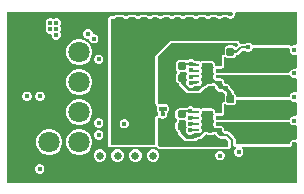
<source format=gbl>
G04*
G04 #@! TF.GenerationSoftware,Altium Limited,Altium Designer,21.5.1 (32)*
G04*
G04 Layer_Physical_Order=4*
G04 Layer_Color=16711680*
%FSLAX25Y25*%
%MOIN*%
G70*
G04*
G04 #@! TF.SameCoordinates,46425C1A-2BEC-4B65-9795-0374EE0649E2*
G04*
G04*
G04 #@! TF.FilePolarity,Positive*
G04*
G01*
G75*
%ADD10C,0.00787*%
G04:AMPARAMS|DCode=13|XSize=23.62mil|YSize=25.59mil|CornerRadius=3.9mil|HoleSize=0mil|Usage=FLASHONLY|Rotation=180.000|XOffset=0mil|YOffset=0mil|HoleType=Round|Shape=RoundedRectangle|*
%AMROUNDEDRECTD13*
21,1,0.02362,0.01780,0,0,180.0*
21,1,0.01583,0.02559,0,0,180.0*
1,1,0.00780,-0.00791,0.00890*
1,1,0.00780,0.00791,0.00890*
1,1,0.00780,0.00791,-0.00890*
1,1,0.00780,-0.00791,-0.00890*
%
%ADD13ROUNDEDRECTD13*%
G04:AMPARAMS|DCode=15|XSize=23.62mil|YSize=25.59mil|CornerRadius=3.9mil|HoleSize=0mil|Usage=FLASHONLY|Rotation=90.000|XOffset=0mil|YOffset=0mil|HoleType=Round|Shape=RoundedRectangle|*
%AMROUNDEDRECTD15*
21,1,0.02362,0.01780,0,0,90.0*
21,1,0.01583,0.02559,0,0,90.0*
1,1,0.00780,0.00890,0.00791*
1,1,0.00780,0.00890,-0.00791*
1,1,0.00780,-0.00890,-0.00791*
1,1,0.00780,-0.00890,0.00791*
%
%ADD15ROUNDEDRECTD15*%
%ADD45C,0.07087*%
%ADD46C,0.01575*%
G04:AMPARAMS|DCode=48|XSize=35.43mil|YSize=66.93mil|CornerRadius=1.59mil|HoleSize=0mil|Usage=FLASHONLY|Rotation=180.000|XOffset=0mil|YOffset=0mil|HoleType=Round|Shape=RoundedRectangle|*
%AMROUNDEDRECTD48*
21,1,0.03543,0.06374,0,0,180.0*
21,1,0.03224,0.06693,0,0,180.0*
1,1,0.00319,-0.01612,0.03187*
1,1,0.00319,0.01612,0.03187*
1,1,0.00319,0.01612,-0.03187*
1,1,0.00319,-0.01612,-0.03187*
%
%ADD48ROUNDEDRECTD48*%
G04:AMPARAMS|DCode=49|XSize=9.84mil|YSize=19.68mil|CornerRadius=1.62mil|HoleSize=0mil|Usage=FLASHONLY|Rotation=90.000|XOffset=0mil|YOffset=0mil|HoleType=Round|Shape=RoundedRectangle|*
%AMROUNDEDRECTD49*
21,1,0.00984,0.01644,0,0,90.0*
21,1,0.00659,0.01968,0,0,90.0*
1,1,0.00325,0.00822,0.00330*
1,1,0.00325,0.00822,-0.00330*
1,1,0.00325,-0.00822,-0.00330*
1,1,0.00325,-0.00822,0.00330*
%
%ADD49ROUNDEDRECTD49*%
%ADD50C,0.02559*%
G04:AMPARAMS|DCode=51|XSize=19.68mil|YSize=15.75mil|CornerRadius=2.28mil|HoleSize=0mil|Usage=FLASHONLY|Rotation=180.000|XOffset=0mil|YOffset=0mil|HoleType=Round|Shape=RoundedRectangle|*
%AMROUNDEDRECTD51*
21,1,0.01968,0.01118,0,0,180.0*
21,1,0.01512,0.01575,0,0,180.0*
1,1,0.00457,-0.00756,0.00559*
1,1,0.00457,0.00756,0.00559*
1,1,0.00457,0.00756,-0.00559*
1,1,0.00457,-0.00756,-0.00559*
%
%ADD51ROUNDEDRECTD51*%
G04:AMPARAMS|DCode=52|XSize=23.62mil|YSize=15.75mil|CornerRadius=2.28mil|HoleSize=0mil|Usage=FLASHONLY|Rotation=180.000|XOffset=0mil|YOffset=0mil|HoleType=Round|Shape=RoundedRectangle|*
%AMROUNDEDRECTD52*
21,1,0.02362,0.01118,0,0,180.0*
21,1,0.01906,0.01575,0,0,180.0*
1,1,0.00457,-0.00953,0.00559*
1,1,0.00457,0.00953,0.00559*
1,1,0.00457,0.00953,-0.00559*
1,1,0.00457,-0.00953,-0.00559*
%
%ADD52ROUNDEDRECTD52*%
G04:AMPARAMS|DCode=53|XSize=157.48mil|YSize=78.74mil|CornerRadius=19.68mil|HoleSize=0mil|Usage=FLASHONLY|Rotation=0.000|XOffset=0mil|YOffset=0mil|HoleType=Round|Shape=RoundedRectangle|*
%AMROUNDEDRECTD53*
21,1,0.15748,0.03937,0,0,0.0*
21,1,0.11811,0.07874,0,0,0.0*
1,1,0.03937,0.05906,-0.01968*
1,1,0.03937,-0.05906,-0.01968*
1,1,0.03937,-0.05906,0.01968*
1,1,0.03937,0.05906,0.01968*
%
%ADD53ROUNDEDRECTD53*%
G04:AMPARAMS|DCode=54|XSize=157.48mil|YSize=59.06mil|CornerRadius=14.76mil|HoleSize=0mil|Usage=FLASHONLY|Rotation=180.000|XOffset=0mil|YOffset=0mil|HoleType=Round|Shape=RoundedRectangle|*
%AMROUNDEDRECTD54*
21,1,0.15748,0.02953,0,0,180.0*
21,1,0.12795,0.05906,0,0,180.0*
1,1,0.02953,-0.06398,0.01476*
1,1,0.02953,0.06398,0.01476*
1,1,0.02953,0.06398,-0.01476*
1,1,0.02953,-0.06398,-0.01476*
%
%ADD54ROUNDEDRECTD54*%
%ADD55C,0.01575*%
G36*
X75749Y58056D02*
X75813Y58029D01*
X76048Y57824D01*
X76166Y57556D01*
Y57130D01*
X76048Y56846D01*
X75831Y56629D01*
X75547Y56511D01*
X75240D01*
X74956Y56629D01*
X74937Y56648D01*
X74678Y56821D01*
X74372Y56882D01*
X72773D01*
X72468Y56821D01*
X72208Y56648D01*
X72189Y56629D01*
X71906Y56511D01*
X71598D01*
X71315Y56629D01*
X71295Y56648D01*
X71036Y56821D01*
X70731Y56882D01*
X68836D01*
X68531Y56821D01*
X68271Y56648D01*
X68252Y56629D01*
X67969Y56511D01*
X67661D01*
X67378Y56629D01*
X67358Y56648D01*
X67099Y56821D01*
X66794Y56882D01*
X64899D01*
X64594Y56821D01*
X64334Y56648D01*
X64315Y56629D01*
X64032Y56511D01*
X63724D01*
X63441Y56629D01*
X63421Y56648D01*
X63162Y56821D01*
X62857Y56882D01*
X60667D01*
X60361Y56821D01*
X60102Y56648D01*
X60083Y56629D01*
X59799Y56511D01*
X59492D01*
X59208Y56629D01*
X59189Y56648D01*
X58930Y56821D01*
X58624Y56882D01*
X57025D01*
X56720Y56821D01*
X56460Y56648D01*
X56441Y56629D01*
X56157Y56511D01*
X55850D01*
X55567Y56629D01*
X55547Y56648D01*
X55288Y56821D01*
X54983Y56882D01*
X53088D01*
X52783Y56821D01*
X52523Y56648D01*
X52504Y56629D01*
X52220Y56511D01*
X51913D01*
X51630Y56629D01*
X51610Y56648D01*
X51351Y56821D01*
X51046Y56882D01*
X49446D01*
X49141Y56821D01*
X48882Y56648D01*
X48862Y56629D01*
X48579Y56511D01*
X48272D01*
X47988Y56629D01*
X47969Y56648D01*
X47710Y56821D01*
X47404Y56882D01*
X45509D01*
X45204Y56821D01*
X44945Y56648D01*
X44925Y56629D01*
X44642Y56511D01*
X44335D01*
X44051Y56629D01*
X44032Y56648D01*
X43773Y56821D01*
X43467Y56882D01*
X41572D01*
X41267Y56821D01*
X41008Y56648D01*
X40988Y56629D01*
X40705Y56511D01*
X40398D01*
X40114Y56629D01*
X40095Y56648D01*
X39836Y56821D01*
X39530Y56882D01*
X37340D01*
X37034Y56821D01*
X36775Y56648D01*
X36756Y56629D01*
X36472Y56511D01*
X36165D01*
X36154Y56516D01*
X36077Y56531D01*
X36005Y56561D01*
X35926D01*
X35849Y56577D01*
X35772Y56561D01*
X35693D01*
X35620Y56531D01*
X35543Y56516D01*
X35478Y56472D01*
X35405Y56442D01*
X34989Y56164D01*
X34934Y56109D01*
X34868Y56065D01*
X34824Y55999D01*
X34769Y55944D01*
X34739Y55871D01*
X34695Y55806D01*
X34680Y55729D01*
X34650Y55656D01*
Y55577D01*
X34634Y55500D01*
Y13583D01*
X34695Y13277D01*
X34868Y13018D01*
X35127Y12845D01*
X35433Y12784D01*
X50284D01*
X50590Y12845D01*
X50650Y12885D01*
X51108Y12427D01*
X51368Y12254D01*
X51673Y12193D01*
X74684D01*
X74990Y12254D01*
X75249Y12427D01*
X75422Y12686D01*
X75483Y12992D01*
Y14859D01*
X75422Y15165D01*
X75249Y15424D01*
X74379Y16294D01*
X74120Y16467D01*
X73814Y16528D01*
X72196D01*
X71969Y16573D01*
X71777Y16701D01*
X71228Y17250D01*
X71053Y17513D01*
X70994Y17571D01*
X70948Y17640D01*
X70885Y17681D01*
X70832Y17734D01*
X70756Y17765D01*
X70687Y17810D01*
X70346Y17948D01*
X70197Y17976D01*
X70049Y18006D01*
X69824Y18006D01*
X69823Y18006D01*
X69823Y18006D01*
X69671Y17976D01*
X69519Y17946D01*
X69518Y17946D01*
X69517Y17945D01*
X69388Y17859D01*
X69259Y17774D01*
X69259Y17773D01*
X69258Y17772D01*
X69138Y17653D01*
X68854Y17535D01*
X68547D01*
X68264Y17653D01*
X68235Y17681D01*
X68196Y17707D01*
X68165Y17743D01*
X68067Y17793D01*
X67975Y17854D01*
X67930Y17864D01*
X67888Y17885D01*
X67778Y17894D01*
X67670Y17915D01*
X67624Y17906D01*
X67577Y17910D01*
X66944Y17836D01*
X66913Y17826D01*
X66881D01*
X66766Y17778D01*
X66647Y17740D01*
X66623Y17719D01*
X66593Y17707D01*
X66505Y17619D01*
X66410Y17538D01*
X66395Y17509D01*
X66372Y17486D01*
X66366Y17477D01*
X65324Y16435D01*
X65132Y16307D01*
X64906Y16262D01*
X64633D01*
X64327Y16201D01*
X64068Y16028D01*
X64020Y15979D01*
X63736Y15862D01*
X63431D01*
X63354Y15846D01*
X63275D01*
X63202Y15816D01*
X63125Y15801D01*
X63060Y15757D01*
X62987Y15727D01*
X62927Y15687D01*
X62700Y15642D01*
X60883D01*
X60657Y15687D01*
X60465Y15815D01*
X58925Y17355D01*
X58797Y17547D01*
X58752Y17773D01*
Y17956D01*
X58737Y18033D01*
Y18112D01*
X58707Y18185D01*
X58691Y18262D01*
X58648Y18327D01*
X58618Y18400D01*
X58562Y18455D01*
X58518Y18521D01*
X58453Y18565D01*
X58397Y18620D01*
X58324Y18650D01*
X58259Y18694D01*
X58182Y18710D01*
X58125Y18733D01*
X57994Y18821D01*
X57911Y18945D01*
X57866Y19169D01*
Y20595D01*
X57911Y20819D01*
X58016Y20977D01*
X58029Y20985D01*
X58072Y21050D01*
X58128Y21106D01*
X58158Y21179D01*
X58202Y21244D01*
X58217Y21321D01*
X58247Y21394D01*
X58251Y21491D01*
X58263Y21550D01*
Y21800D01*
X58264Y21831D01*
X60043D01*
X60389Y21900D01*
X60676Y21505D01*
X60684Y21488D01*
X60676Y21480D01*
X60437Y20903D01*
Y20278D01*
X60676Y19701D01*
X60849Y19527D01*
X60676Y19354D01*
X60437Y18777D01*
Y18152D01*
X60676Y17575D01*
X61118Y17133D01*
X61695Y16894D01*
X62320D01*
X62898Y17133D01*
X63167Y17402D01*
X63878D01*
X63901Y17407D01*
X64798D01*
X65167Y17480D01*
X65480Y17689D01*
X65689Y18002D01*
X65763Y18371D01*
Y19030D01*
X65689Y19400D01*
X65499Y19685D01*
X65689Y19971D01*
X65763Y20340D01*
Y20999D01*
X65689Y21368D01*
X65499Y21654D01*
X65689Y21939D01*
X65763Y22308D01*
Y22967D01*
X65689Y23337D01*
X65499Y23622D01*
X65689Y23908D01*
X65763Y24277D01*
Y24834D01*
X65825Y24859D01*
X65952Y24912D01*
X66048Y24976D01*
X66183Y25003D01*
X69250D01*
X69385Y24976D01*
X69433Y24944D01*
X69464Y24897D01*
X69491Y24762D01*
Y24544D01*
X69498Y24508D01*
X69495Y24476D01*
X69503Y24448D01*
X69501Y24418D01*
X69503Y24411D01*
X69535Y24322D01*
X69552Y24239D01*
X69568Y24215D01*
X69579Y24176D01*
X69635Y24065D01*
X69701Y23981D01*
X69743Y23912D01*
X69744Y23908D01*
X69876Y23710D01*
X69822Y23629D01*
X69748Y23539D01*
X69736Y23501D01*
X69714Y23468D01*
X69691Y23353D01*
X69657Y23241D01*
X69661Y23201D01*
X69653Y23162D01*
Y22431D01*
X69670Y22345D01*
Y22308D01*
X69744Y21939D01*
X69847Y21784D01*
X69891Y21673D01*
X69895Y21666D01*
X69897Y21658D01*
X69917Y21627D01*
X69744Y21368D01*
X69670Y20999D01*
Y20775D01*
X69653Y20689D01*
Y20145D01*
X69661Y20106D01*
X69657Y20066D01*
X69691Y19954D01*
X69714Y19839D01*
X69736Y19806D01*
X69748Y19768D01*
X69822Y19678D01*
X69887Y19580D01*
X69920Y19558D01*
X69945Y19527D01*
X70128Y19377D01*
X70232Y19322D01*
X70329Y19257D01*
X70368Y19249D01*
X70403Y19230D01*
X70520Y19219D01*
X70635Y19196D01*
X72200D01*
X72336Y19169D01*
X72385Y19137D01*
X72417Y19088D01*
X72444Y18952D01*
Y18371D01*
X72468Y18253D01*
X72480Y18133D01*
X72498Y18101D01*
X72505Y18065D01*
X72572Y17965D01*
X72630Y17859D01*
X72658Y17836D01*
X72678Y17806D01*
X72778Y17739D01*
X72872Y17663D01*
X73334Y17422D01*
X73369Y17411D01*
X73399Y17391D01*
X73517Y17368D01*
X73633Y17334D01*
X73669Y17338D01*
X73705Y17331D01*
X74232D01*
X74459Y17286D01*
X74651Y17157D01*
X76112Y15695D01*
X76241Y15504D01*
X76286Y15277D01*
Y13780D01*
X76346Y13474D01*
X76520Y13215D01*
X76779Y13042D01*
X77030Y12992D01*
X77112Y12822D01*
X77172Y12481D01*
X76801Y12110D01*
X76562Y11533D01*
Y10908D01*
X76801Y10331D01*
X77243Y9889D01*
X77820Y9650D01*
X78446D01*
X79023Y9889D01*
X79465Y10331D01*
X79704Y10908D01*
Y11533D01*
X79465Y12110D01*
X79094Y12481D01*
X79162Y12818D01*
X79247Y12981D01*
X95083Y12981D01*
X95388Y13042D01*
X95648Y13215D01*
X95821Y13474D01*
X95881Y13780D01*
Y13933D01*
X95999Y14217D01*
X96216Y14434D01*
X96500Y14552D01*
X96847D01*
X96854Y14549D01*
X96933D01*
X97010Y14533D01*
X97312Y14306D01*
X97422Y14121D01*
X97426Y14112D01*
Y1000D01*
X1000D01*
Y58056D01*
X75749Y58056D01*
D02*
G37*
G36*
X97426D02*
Y47106D01*
X97010Y46828D01*
X96966Y46846D01*
X96341D01*
X95764Y46607D01*
X95394Y46628D01*
X95329Y46672D01*
X95273Y46727D01*
X95201Y46757D01*
X95135Y46801D01*
X95058Y46816D01*
X94985Y46846D01*
X94907D01*
X94829Y46862D01*
X82870D01*
X82722Y46832D01*
X82631Y47051D01*
X82189Y47493D01*
X81612Y47732D01*
X80987D01*
X80409Y47493D01*
X80278Y47362D01*
X80271Y47362D01*
X78839D01*
X78626Y47319D01*
X78591Y47459D01*
X78531Y47586D01*
X78476Y47715D01*
X78370Y47872D01*
X78316Y47924D01*
X78274Y47987D01*
X78206Y48032D01*
X78147Y48090D01*
X78078Y48118D01*
X78015Y48160D01*
X77934Y48176D01*
X77858Y48207D01*
X77783Y48206D01*
X77709Y48221D01*
X55615D01*
X55310Y48160D01*
X55050Y47987D01*
X50518Y43454D01*
X50345Y43195D01*
X50284Y42889D01*
Y27539D01*
X50303Y27445D01*
X50307Y27349D01*
X50333Y27294D01*
X50345Y27233D01*
X50398Y27154D01*
X50439Y27067D01*
X50484Y27025D01*
X50518Y26974D01*
X50850Y26643D01*
X50771Y26248D01*
Y25130D01*
X50850Y24735D01*
X51074Y24400D01*
X51216Y24305D01*
X51185Y24230D01*
Y23605D01*
X51198Y23574D01*
X50777Y23400D01*
X50518Y23227D01*
X50345Y22968D01*
X50284Y22662D01*
Y13583D01*
X35433D01*
Y55500D01*
X35849Y55778D01*
X36007Y55713D01*
X36631D01*
X37209Y55952D01*
X37340Y56083D01*
X39530D01*
X39661Y55952D01*
X40239Y55713D01*
X40864D01*
X41441Y55952D01*
X41572Y56083D01*
X43467D01*
X43598Y55952D01*
X44176Y55713D01*
X44801D01*
X45378Y55952D01*
X45509Y56083D01*
X47404D01*
X47535Y55952D01*
X48113Y55713D01*
X48738D01*
X49315Y55952D01*
X49446Y56083D01*
X51046D01*
X51177Y55952D01*
X51754Y55713D01*
X52379D01*
X52957Y55952D01*
X53088Y56083D01*
X54983D01*
X55114Y55952D01*
X55691Y55713D01*
X56316D01*
X56894Y55952D01*
X57025Y56083D01*
X58624D01*
X58756Y55952D01*
X59333Y55713D01*
X59958D01*
X60536Y55952D01*
X60667Y56083D01*
X62857D01*
X62988Y55952D01*
X63565Y55713D01*
X64190D01*
X64768Y55952D01*
X64899Y56083D01*
X66794D01*
X66925Y55952D01*
X67502Y55713D01*
X68127D01*
X68705Y55952D01*
X68836Y56083D01*
X70731D01*
X70862Y55952D01*
X71439Y55713D01*
X72064D01*
X72642Y55952D01*
X72773Y56083D01*
X74372D01*
X74504Y55952D01*
X75081Y55713D01*
X75706D01*
X76284Y55952D01*
X76725Y56394D01*
X76965Y56971D01*
Y57556D01*
X76995Y57713D01*
X77224Y58056D01*
X97426D01*
D02*
G37*
G36*
X77816Y47266D02*
X77902Y46922D01*
X77367Y46387D01*
X77031Y46421D01*
X76643Y46680D01*
X76185Y46771D01*
X74602D01*
X74145Y46680D01*
X73756Y46421D01*
X73497Y46033D01*
X73406Y45575D01*
Y43795D01*
X73419Y43732D01*
X72996Y43604D01*
X72961Y43586D01*
X72923Y43578D01*
X72825Y43513D01*
X72722Y43457D01*
X72697Y43427D01*
X72663Y43405D01*
X72598Y43307D01*
X72524Y43216D01*
X72512Y43178D01*
X72490Y43146D01*
X72467Y43031D01*
X72433Y42918D01*
X72437Y42879D01*
X72430Y42840D01*
Y40857D01*
X72419Y40751D01*
X72431Y40713D01*
Y40673D01*
X72444Y40605D01*
Y40103D01*
X72417Y39967D01*
X72385Y39919D01*
X72336Y39886D01*
X72200Y39859D01*
X70635D01*
X70347Y40175D01*
X70291Y40286D01*
X70290Y40292D01*
Y40589D01*
X70217Y40957D01*
X70008Y41268D01*
X69697Y41477D01*
X69329Y41550D01*
X66104D01*
X65736Y41477D01*
X65508Y41324D01*
X65480Y41366D01*
X65167Y41575D01*
X64798Y41648D01*
X63901D01*
X63878Y41653D01*
X63364D01*
X63095Y41922D01*
X62517Y42161D01*
X61892D01*
X61315Y41922D01*
X61183Y41791D01*
X60797D01*
X60698Y41857D01*
X60240Y41948D01*
X58461D01*
X58003Y41857D01*
X57615Y41598D01*
X57355Y41210D01*
X57264Y40752D01*
Y39169D01*
X57355Y38712D01*
X57615Y38323D01*
X57661Y38293D01*
Y37691D01*
X57615Y37661D01*
X57355Y37273D01*
X57264Y36815D01*
Y35232D01*
X57355Y34775D01*
X57615Y34386D01*
X58003Y34127D01*
X58226Y34083D01*
X58310Y33663D01*
X58570Y33274D01*
X60606Y31238D01*
X60995Y30978D01*
X61454Y30886D01*
X64660D01*
X65119Y30978D01*
X65509Y31238D01*
X66755Y32484D01*
X66946D01*
X67524Y32723D01*
X67966Y33165D01*
X68002Y33253D01*
X69329D01*
X69697Y33326D01*
X69832Y33417D01*
X69911Y33371D01*
X70260Y33149D01*
X70348Y32710D01*
X70608Y32321D01*
X71297Y31632D01*
X71686Y31371D01*
X72146Y31280D01*
X72780D01*
X72781Y31280D01*
X72912Y31149D01*
X73360Y30963D01*
X73554Y30557D01*
X73581Y30409D01*
X73497Y30285D01*
X73406Y29827D01*
Y28047D01*
X73419Y27984D01*
X72996Y27856D01*
X72961Y27838D01*
X72923Y27830D01*
X72825Y27765D01*
X72722Y27709D01*
X72697Y27679D01*
X72663Y27657D01*
X72598Y27559D01*
X72524Y27468D01*
X72512Y27430D01*
X72490Y27398D01*
X72467Y27283D01*
X72433Y27170D01*
X72437Y27131D01*
X72430Y27092D01*
Y25108D01*
X72419Y25003D01*
X72431Y24965D01*
Y24925D01*
X72444Y24857D01*
Y24355D01*
X72417Y24219D01*
X72385Y24171D01*
X72336Y24138D01*
X72200Y24111D01*
X70635D01*
X70347Y24427D01*
X70291Y24538D01*
X70290Y24544D01*
Y24840D01*
X70217Y25208D01*
X70008Y25520D01*
X69697Y25729D01*
X69329Y25802D01*
X66104D01*
X65736Y25729D01*
X65508Y25576D01*
X65480Y25618D01*
X65167Y25827D01*
X64798Y25900D01*
X63901D01*
X63878Y25905D01*
X63167D01*
X62898Y26174D01*
X62320Y26413D01*
X61695D01*
X61118Y26174D01*
X60987Y26043D01*
X60276D01*
X59816Y25951D01*
X59599Y25806D01*
X58264D01*
X57806Y25715D01*
X57418Y25456D01*
X57159Y25068D01*
X57068Y24610D01*
Y23028D01*
X57159Y22570D01*
X57418Y22182D01*
X57464Y22151D01*
Y21550D01*
X57418Y21519D01*
X57159Y21131D01*
X57068Y20673D01*
Y19091D01*
X57159Y18633D01*
X57418Y18245D01*
X57806Y17985D01*
X57953Y17956D01*
Y17694D01*
X58045Y17235D01*
X58305Y16846D01*
X59956Y15195D01*
X60345Y14934D01*
X60804Y14843D01*
X62779D01*
X63238Y14934D01*
X63431Y15063D01*
X63895D01*
X64473Y15302D01*
X64633Y15463D01*
X64985D01*
X65444Y15554D01*
X65833Y15814D01*
X66987Y16967D01*
X67037Y17043D01*
X67670Y17117D01*
X67811Y16975D01*
X68388Y16736D01*
X69013D01*
X69591Y16975D01*
X69823Y17207D01*
X70047Y17207D01*
X70388Y17069D01*
X70608Y16741D01*
X71268Y16080D01*
X71658Y15820D01*
X72117Y15729D01*
X73814D01*
X74684Y14859D01*
Y12992D01*
X51673D01*
X51083Y13583D01*
Y22662D01*
X51583Y22869D01*
X51866Y22586D01*
X52443Y22346D01*
X53068D01*
X53646Y22586D01*
X54088Y23028D01*
X54327Y23605D01*
Y24230D01*
X54295Y24305D01*
X54438Y24400D01*
X54662Y24735D01*
X54740Y25130D01*
Y26248D01*
X54662Y26643D01*
X54438Y26978D01*
X54103Y27201D01*
X53709Y27280D01*
X51803D01*
X51583Y27236D01*
X51083Y27539D01*
Y42889D01*
X55615Y47422D01*
X77709D01*
X77816Y47266D01*
D02*
G37*
G36*
X80737Y45610D02*
X80703Y45640D01*
X80664Y45667D01*
X80619Y45691D01*
X80568Y45711D01*
X80512Y45728D01*
X80450Y45742D01*
X80382Y45754D01*
X80309Y45761D01*
X80145Y45768D01*
Y46555D01*
X80230Y46557D01*
X80382Y46569D01*
X80450Y46580D01*
X80512Y46595D01*
X80568Y46612D01*
X80619Y46632D01*
X80664Y46656D01*
X80703Y46683D01*
X80737Y46713D01*
Y45610D01*
D02*
G37*
G36*
X95107Y45647D02*
X95083Y45588D01*
Y44963D01*
X95322Y44386D01*
X95764Y43944D01*
X96341Y43705D01*
X96966D01*
X97010Y43723D01*
X97426Y43445D01*
Y39225D01*
X97010Y38947D01*
X96949Y38972D01*
X96324D01*
X95746Y38733D01*
X95305Y38291D01*
X95065Y37714D01*
Y37697D01*
X72352D01*
X72278Y37711D01*
X70635D01*
X70452Y38179D01*
Y38910D01*
X70635Y39060D01*
X72278D01*
X72648Y39134D01*
X72960Y39343D01*
X73169Y39656D01*
X73243Y40025D01*
Y40684D01*
X73214Y40829D01*
X73228Y40846D01*
X73228D01*
Y42840D01*
X73728Y42992D01*
X73756Y42949D01*
X74145Y42690D01*
X74602Y42599D01*
X76185D01*
X76643Y42690D01*
X77031Y42949D01*
X77290Y43338D01*
X77320Y43485D01*
X77362D01*
X77821Y43576D01*
X78211Y43836D01*
X79336Y44961D01*
X80278D01*
X80278Y44961D01*
X80409Y44830D01*
X80987Y44591D01*
X81612D01*
X82189Y44830D01*
X82631Y45272D01*
X82870Y45849D01*
Y46063D01*
X94829D01*
X95107Y45647D01*
D02*
G37*
G36*
X76566Y45398D02*
X76590Y45331D01*
X76630Y45272D01*
X76686Y45221D01*
X76758Y45177D01*
X76846Y45142D01*
X76950Y45114D01*
X77070Y45094D01*
X77206Y45083D01*
X77358Y45079D01*
Y44291D01*
X77206Y44287D01*
X77070Y44276D01*
X76950Y44256D01*
X76846Y44228D01*
X76758Y44193D01*
X76686Y44150D01*
X76630Y44098D01*
X76590Y44039D01*
X76566Y43972D01*
X76558Y43898D01*
Y45472D01*
X76566Y45398D01*
D02*
G37*
G36*
X63039Y35972D02*
X63028Y35982D01*
X63000Y35991D01*
X62958Y35999D01*
X62900Y36005D01*
X62634Y36019D01*
X62231Y36024D01*
X62231Y36811D01*
X62381Y36812D01*
X63028Y36852D01*
X63039Y36862D01*
Y35972D01*
D02*
G37*
G36*
X69385Y40724D02*
X69433Y40692D01*
X69464Y40645D01*
X69491Y40510D01*
Y40292D01*
X69498Y40256D01*
X69495Y40224D01*
X69503Y40196D01*
X69501Y40166D01*
X69502Y40159D01*
X69535Y40071D01*
X69552Y39987D01*
X69568Y39963D01*
X69579Y39924D01*
X69635Y39813D01*
X69701Y39729D01*
X69743Y39660D01*
X69744Y39656D01*
X69876Y39458D01*
X69822Y39378D01*
X69748Y39287D01*
X69736Y39249D01*
X69714Y39216D01*
X69691Y39101D01*
X69657Y38989D01*
X69661Y38949D01*
X69653Y38910D01*
Y38179D01*
X69670Y38094D01*
Y38056D01*
X69744Y37687D01*
X69847Y37532D01*
X69891Y37421D01*
X69895Y37414D01*
X69897Y37406D01*
X69917Y37375D01*
X69744Y37116D01*
X69670Y36747D01*
Y36523D01*
X69653Y36437D01*
Y35893D01*
X69661Y35854D01*
X69657Y35814D01*
X69691Y35702D01*
X69714Y35587D01*
X69736Y35554D01*
X69748Y35516D01*
X69822Y35425D01*
X69887Y35328D01*
X69920Y35306D01*
X69945Y35275D01*
X70128Y35125D01*
X70232Y35070D01*
X70329Y35005D01*
X70368Y34997D01*
X70403Y34979D01*
X70520Y34967D01*
X70635Y34944D01*
X72200D01*
X72336Y34917D01*
X72385Y34885D01*
X72417Y34836D01*
X72444Y34700D01*
Y34490D01*
X72453Y34443D01*
X72450Y34396D01*
X72484Y34292D01*
X72505Y34185D01*
X72531Y34145D01*
X72546Y34099D01*
X72772Y33696D01*
X72808Y33655D01*
X72831Y33606D01*
X72908Y33538D01*
X72975Y33460D01*
X73023Y33435D01*
X73064Y33399D01*
X73161Y33365D01*
X73253Y33318D01*
X73307Y33314D01*
X73358Y33296D01*
X73616Y33260D01*
X73672Y33263D01*
X73727Y33252D01*
X73955D01*
X74239Y33135D01*
X74456Y32918D01*
X74597Y32579D01*
X74600Y32520D01*
X74615Y32490D01*
X74618Y32466D01*
X74629Y32447D01*
X74635Y32418D01*
X74692Y32332D01*
X74737Y32239D01*
X74739Y32236D01*
X74760Y32219D01*
X74773Y32196D01*
X74777Y32191D01*
X74796Y32176D01*
X74808Y32159D01*
X74810Y32157D01*
X74814Y32151D01*
X75591Y31374D01*
X75719Y31182D01*
X75756Y30999D01*
X75757D01*
X75757Y30994D01*
X75764Y30956D01*
Y30948D01*
X75780Y30871D01*
X75780Y30792D01*
X75810Y30719D01*
X75825Y30642D01*
X75869Y30577D01*
X75899Y30504D01*
X75955Y30448D01*
X75998Y30383D01*
X76064Y30339D01*
X76119Y30284D01*
X76192Y30253D01*
X76257Y30210D01*
X76298Y30202D01*
X76455Y30097D01*
X76538Y29973D01*
X76582Y29748D01*
Y29528D01*
X76643Y29222D01*
X76706Y29128D01*
X76643Y29034D01*
X76582Y28729D01*
Y28126D01*
X76538Y27901D01*
X76455Y27777D01*
X76331Y27694D01*
X76106Y27650D01*
X74681D01*
X74626Y27661D01*
X74449Y27766D01*
X74205Y28047D01*
Y29748D01*
X74251Y29981D01*
X74302Y30104D01*
X74362Y30241D01*
X74362Y30248D01*
X74364Y30254D01*
Y30403D01*
X74366Y30553D01*
X74339Y30701D01*
X74300Y30799D01*
X74274Y30902D01*
X74081Y31307D01*
X74000Y31416D01*
X73925Y31528D01*
X73907Y31540D01*
X73894Y31557D01*
X73778Y31626D01*
X73665Y31701D01*
X73365Y31826D01*
X73345Y31845D01*
X73270Y31896D01*
X73203Y31958D01*
X73141Y31981D01*
X73086Y32018D01*
X72997Y32036D01*
X72912Y32068D01*
X72912Y32068D01*
X72845Y32066D01*
X72780Y32079D01*
X72224D01*
X71998Y32124D01*
X71806Y32252D01*
X71228Y32830D01*
X71100Y33022D01*
X71071Y33169D01*
X71063D01*
X71062Y33215D01*
X71044Y33305D01*
X71040Y33314D01*
X71040Y33324D01*
X70981Y33458D01*
X70925Y33593D01*
X70918Y33600D01*
X70914Y33609D01*
X70808Y33710D01*
X70704Y33814D01*
X70695Y33817D01*
X70688Y33824D01*
X70339Y34045D01*
X70325Y34051D01*
X70314Y34061D01*
X70235Y34107D01*
X70110Y34150D01*
X69988Y34200D01*
X69963D01*
X69940Y34208D01*
X69808Y34200D01*
X69676D01*
X69653Y34191D01*
X69629Y34189D01*
X69510Y34132D01*
X69388Y34081D01*
X69385Y34079D01*
X69250Y34052D01*
X68002D01*
X67696Y33991D01*
X67437Y33818D01*
X67437Y33818D01*
X67334Y33663D01*
X67071Y33401D01*
X66787Y33283D01*
X66755D01*
X66449Y33222D01*
X66190Y33049D01*
X65000Y31858D01*
X64808Y31730D01*
X64582Y31685D01*
X61533D01*
X61307Y31730D01*
X61115Y31858D01*
X59190Y33783D01*
X59062Y33975D01*
X59009Y34239D01*
X58890Y34527D01*
X58670Y34747D01*
X58382Y34866D01*
X58315Y34880D01*
X58191Y34962D01*
X58108Y35086D01*
X58063Y35311D01*
Y36736D01*
X58108Y36961D01*
X58213Y37118D01*
X58226Y37127D01*
X58269Y37192D01*
X58325Y37248D01*
X58355Y37320D01*
X58399Y37386D01*
X58414Y37463D01*
X58444Y37536D01*
X58448Y37633D01*
X58460Y37691D01*
Y37942D01*
X58461Y37973D01*
X60240D01*
X60672Y38059D01*
X60873Y37575D01*
X61046Y37402D01*
X60873Y37228D01*
X60634Y36651D01*
Y36026D01*
X60873Y35449D01*
X61046Y35276D01*
X60873Y35102D01*
X60634Y34525D01*
Y33900D01*
X60873Y33323D01*
X61315Y32881D01*
X61892Y32642D01*
X62517D01*
X63095Y32881D01*
X63364Y33150D01*
X63878D01*
X63901Y33155D01*
X64798D01*
X65167Y33228D01*
X65480Y33437D01*
X65689Y33750D01*
X65763Y34119D01*
Y34779D01*
X65689Y35148D01*
X65499Y35433D01*
X65689Y35719D01*
X65763Y36088D01*
Y36747D01*
X65689Y37116D01*
X65498Y37402D01*
X65689Y37687D01*
X65763Y38056D01*
Y38715D01*
X65689Y39085D01*
X65498Y39370D01*
X65689Y39656D01*
X65763Y40025D01*
Y40582D01*
X65952Y40660D01*
X66048Y40724D01*
X66183Y40751D01*
X69250D01*
X69385Y40724D01*
D02*
G37*
G36*
X72352Y36898D02*
X95065D01*
X95139Y36913D01*
X95305Y36512D01*
X95746Y36070D01*
X96324Y35831D01*
X96949D01*
X97010Y35856D01*
X97426Y35578D01*
Y31358D01*
X97010Y31080D01*
X96966Y31098D01*
X96341D01*
X95764Y30859D01*
X95322Y30417D01*
X95083Y29840D01*
Y29528D01*
X77381Y29528D01*
Y29827D01*
X77290Y30285D01*
X77031Y30673D01*
X76643Y30932D01*
X76563Y30948D01*
Y31035D01*
X76472Y31494D01*
X76212Y31883D01*
X75379Y32716D01*
X75375Y32721D01*
X75373Y32724D01*
Y32793D01*
X75134Y33370D01*
X74692Y33812D01*
X74114Y34051D01*
X73727D01*
X73469Y34087D01*
X73243Y34490D01*
Y34778D01*
X73169Y35148D01*
X72960Y35460D01*
X72648Y35669D01*
X72278Y35743D01*
X70635D01*
X70452Y35893D01*
Y36437D01*
X70534Y36670D01*
X70635Y36913D01*
X72278D01*
X72352Y36898D01*
D02*
G37*
G36*
X95322Y28638D02*
X95764Y28196D01*
X96341Y27957D01*
X96966D01*
X97010Y27975D01*
X97426Y27697D01*
Y23484D01*
X97010Y23206D01*
X96966Y23224D01*
X96341D01*
X95764Y22985D01*
X95322Y22543D01*
X95083Y21966D01*
Y21949D01*
X72352D01*
X72278Y21963D01*
X70635D01*
X70452Y22431D01*
Y23162D01*
X70635Y23312D01*
X72278D01*
X72648Y23386D01*
X72961Y23595D01*
X73169Y23908D01*
X73243Y24277D01*
Y24936D01*
X73214Y25081D01*
X73228Y25098D01*
X73228D01*
Y27092D01*
X73728Y27244D01*
X73756Y27201D01*
X74145Y26942D01*
X74602Y26851D01*
X76185D01*
X76643Y26942D01*
X77031Y27201D01*
X77290Y27589D01*
X77381Y28047D01*
Y28729D01*
X95083Y28729D01*
X95269Y28766D01*
X95322Y28638D01*
D02*
G37*
G36*
X53151Y24987D02*
X53158Y24908D01*
X53543D01*
X53469Y24900D01*
X53402Y24876D01*
X53342Y24836D01*
X53291Y24780D01*
X53248Y24708D01*
X53215Y24626D01*
X53227Y24598D01*
X53250Y24553D01*
X53277Y24513D01*
X53307Y24480D01*
X53179D01*
X53165Y24396D01*
X53154Y24260D01*
X53150Y24108D01*
X52362D01*
X52358Y24260D01*
X52346Y24396D01*
X52333Y24480D01*
X52205D01*
X52235Y24513D01*
X52261Y24553D01*
X52285Y24598D01*
X52297Y24626D01*
X52264Y24708D01*
X52220Y24780D01*
X52169Y24836D01*
X52110Y24876D01*
X52043Y24900D01*
X51968Y24908D01*
X52356D01*
X52356Y24908D01*
X52362Y25072D01*
X53150D01*
X53151Y24987D01*
D02*
G37*
G36*
X63039Y22193D02*
X63028Y22203D01*
X63000Y22211D01*
X62958Y22219D01*
X62900Y22226D01*
X62634Y22240D01*
X62231Y22244D01*
Y23031D01*
X62381Y23032D01*
X63028Y23073D01*
X63039Y23083D01*
Y22193D01*
D02*
G37*
G36*
Y20224D02*
X63028Y20234D01*
X63000Y20243D01*
X62958Y20251D01*
X62900Y20257D01*
X62634Y20271D01*
X62231Y20276D01*
Y21063D01*
X62381Y21064D01*
X63028Y21104D01*
X63039Y21114D01*
Y20224D01*
D02*
G37*
G36*
X72352Y21150D02*
X95083D01*
X95156Y21165D01*
X95322Y20764D01*
X95764Y20322D01*
X96341Y20083D01*
X96966D01*
X97010Y20101D01*
X97426Y19823D01*
Y15610D01*
X97010Y15332D01*
X96966Y15350D01*
X96341D01*
X95764Y15111D01*
X95322Y14669D01*
X95083Y14092D01*
Y13780D01*
X77084Y13780D01*
Y15356D01*
X76993Y15815D01*
X76733Y16205D01*
X75160Y17778D01*
X74770Y18038D01*
X74311Y18129D01*
X73705D01*
X73243Y18371D01*
Y19030D01*
X73169Y19400D01*
X72961Y19713D01*
X72648Y19921D01*
X72278Y19995D01*
X70635D01*
X70452Y20145D01*
Y20689D01*
X70534Y20922D01*
X70635Y21165D01*
X72278D01*
X72352Y21150D01*
D02*
G37*
%LPC*%
G36*
X17635Y55803D02*
X17010D01*
X16433Y55564D01*
X16339Y55470D01*
X16244Y55564D01*
X15667Y55803D01*
X15042D01*
X14465Y55564D01*
X14023Y55122D01*
X13783Y54545D01*
Y53920D01*
X14023Y53342D01*
X14117Y53248D01*
X14023Y53154D01*
X13783Y52576D01*
Y51951D01*
X14023Y51374D01*
X14465Y50932D01*
X15042Y50693D01*
X15290D01*
X15680Y50621D01*
X15752Y50231D01*
Y49983D01*
X15991Y49406D01*
X16433Y48964D01*
X17010Y48724D01*
X17635D01*
X18213Y48964D01*
X18654Y49406D01*
X18894Y49983D01*
Y50608D01*
X18654Y51185D01*
X18560Y51279D01*
X18654Y51374D01*
X18894Y51951D01*
Y52576D01*
X18654Y53154D01*
X18560Y53248D01*
X18654Y53342D01*
X18894Y53920D01*
Y54545D01*
X18654Y55122D01*
X18213Y55564D01*
X17635Y55803D01*
D02*
G37*
G36*
X28205Y52163D02*
X27580D01*
X27003Y51924D01*
X26561Y51482D01*
X26322Y50905D01*
Y50280D01*
X26561Y49702D01*
X27003Y49260D01*
X27580Y49021D01*
X28171D01*
Y48704D01*
X28411Y48126D01*
X28852Y47684D01*
X29430Y47445D01*
X30055D01*
X30632Y47684D01*
X31074Y48126D01*
X31313Y48704D01*
Y49328D01*
X31074Y49906D01*
X30632Y50348D01*
X30055Y50587D01*
X29464D01*
Y50905D01*
X29225Y51482D01*
X28783Y51924D01*
X28205Y52163D01*
D02*
G37*
G36*
X31809Y43697D02*
X31184D01*
X30606Y43458D01*
X30164Y43016D01*
X29925Y42438D01*
Y41813D01*
X30164Y41236D01*
X30606Y40794D01*
X31184Y40555D01*
X31809D01*
X32386Y40794D01*
X32828Y41236D01*
X33067Y41813D01*
Y42438D01*
X32828Y43016D01*
X32386Y43458D01*
X31809Y43697D01*
D02*
G37*
G36*
X25570Y48854D02*
X24430D01*
X23330Y48559D01*
X22343Y47990D01*
X21538Y47184D01*
X20968Y46198D01*
X20673Y45097D01*
Y43958D01*
X20968Y42858D01*
X21538Y41871D01*
X22343Y41065D01*
X23330Y40496D01*
X24430Y40201D01*
X25570D01*
X26670Y40496D01*
X27657Y41065D01*
X28462Y41871D01*
X29032Y42858D01*
X29327Y43958D01*
Y45097D01*
X29032Y46198D01*
X28462Y47184D01*
X27657Y47990D01*
X26670Y48559D01*
X25570Y48854D01*
D02*
G37*
G36*
Y38854D02*
X24430D01*
X23330Y38559D01*
X22343Y37990D01*
X21538Y37184D01*
X20968Y36198D01*
X20673Y35097D01*
Y33958D01*
X20968Y32857D01*
X21538Y31871D01*
X22343Y31065D01*
X23330Y30496D01*
X24430Y30201D01*
X25570D01*
X26670Y30496D01*
X27657Y31065D01*
X28462Y31871D01*
X29032Y32857D01*
X29327Y33958D01*
Y35097D01*
X29032Y36198D01*
X28462Y37184D01*
X27657Y37990D01*
X26670Y38559D01*
X25570Y38854D01*
D02*
G37*
G36*
X12222Y31394D02*
X11597D01*
X11020Y31155D01*
X10578Y30713D01*
X10339Y30135D01*
Y29510D01*
X10578Y28933D01*
X11020Y28491D01*
X11597Y28252D01*
X12222D01*
X12799Y28491D01*
X13241Y28933D01*
X13480Y29510D01*
Y30135D01*
X13241Y30713D01*
X12799Y31155D01*
X12222Y31394D01*
D02*
G37*
G36*
X7891D02*
X7266D01*
X6689Y31155D01*
X6247Y30713D01*
X6008Y30135D01*
Y29510D01*
X6247Y28933D01*
X6689Y28491D01*
X7266Y28252D01*
X7891D01*
X8469Y28491D01*
X8911Y28933D01*
X9150Y29510D01*
Y30135D01*
X8911Y30713D01*
X8469Y31155D01*
X7891Y31394D01*
D02*
G37*
G36*
X25570Y28854D02*
X24430D01*
X23330Y28559D01*
X22343Y27990D01*
X21538Y27184D01*
X20968Y26198D01*
X20673Y25097D01*
Y23958D01*
X20968Y22858D01*
X21538Y21871D01*
X22343Y21065D01*
X23330Y20496D01*
X24430Y20201D01*
X25570D01*
X26670Y20496D01*
X27657Y21065D01*
X28462Y21871D01*
X29032Y22858D01*
X29327Y23958D01*
Y25097D01*
X29032Y26198D01*
X28462Y27184D01*
X27657Y27990D01*
X26670Y28559D01*
X25570Y28854D01*
D02*
G37*
G36*
X31809Y22437D02*
X31184D01*
X30606Y22198D01*
X30164Y21756D01*
X29925Y21179D01*
Y20554D01*
X30164Y19976D01*
X30606Y19534D01*
X31184Y19295D01*
X31809D01*
X32386Y19534D01*
X32828Y19976D01*
X33067Y20554D01*
Y21179D01*
X32828Y21756D01*
X32386Y22198D01*
X31809Y22437D01*
D02*
G37*
G36*
Y18500D02*
X31184D01*
X30606Y18261D01*
X30164Y17819D01*
X29925Y17242D01*
Y16617D01*
X30164Y16039D01*
X30606Y15597D01*
X31184Y15358D01*
X31809D01*
X32386Y15597D01*
X32828Y16039D01*
X33067Y16617D01*
Y17242D01*
X32828Y17819D01*
X32386Y18261D01*
X31809Y18500D01*
D02*
G37*
G36*
X25570Y18854D02*
X24430D01*
X23330Y18560D01*
X22343Y17990D01*
X21538Y17184D01*
X20968Y16198D01*
X20673Y15097D01*
Y13958D01*
X20968Y12857D01*
X21538Y11871D01*
X22343Y11065D01*
X23330Y10496D01*
X24430Y10201D01*
X25570D01*
X26670Y10496D01*
X27657Y11065D01*
X28462Y11871D01*
X29032Y12857D01*
X29327Y13958D01*
Y15097D01*
X29032Y16198D01*
X28462Y17184D01*
X27657Y17990D01*
X26670Y18560D01*
X25570Y18854D01*
D02*
G37*
G36*
X15570D02*
X14430D01*
X13330Y18560D01*
X12343Y17990D01*
X11538Y17184D01*
X10968Y16198D01*
X10673Y15097D01*
Y13958D01*
X10968Y12857D01*
X11538Y11871D01*
X12343Y11065D01*
X13330Y10496D01*
X14430Y10201D01*
X15570D01*
X16670Y10496D01*
X17657Y11065D01*
X18462Y11871D01*
X19032Y12857D01*
X19327Y13958D01*
Y15097D01*
X19032Y16198D01*
X18462Y17184D01*
X17657Y17990D01*
X16670Y18560D01*
X15570Y18854D01*
D02*
G37*
G36*
X72172Y11619D02*
X71547D01*
X70969Y11380D01*
X70527Y10938D01*
X70288Y10361D01*
Y9736D01*
X70527Y9158D01*
X70969Y8716D01*
X71547Y8477D01*
X72172D01*
X72749Y8716D01*
X73191Y9158D01*
X73430Y9736D01*
Y10361D01*
X73191Y10938D01*
X72749Y11380D01*
X72172Y11619D01*
D02*
G37*
G36*
X50017Y12102D02*
X49196D01*
X48438Y11788D01*
X47857Y11208D01*
X47543Y10450D01*
Y9629D01*
X47857Y8871D01*
X48438Y8290D01*
X49196Y7976D01*
X50017D01*
X50775Y8290D01*
X51355Y8871D01*
X51669Y9629D01*
Y10450D01*
X51355Y11208D01*
X50775Y11788D01*
X50017Y12102D01*
D02*
G37*
G36*
X44111D02*
X43290D01*
X42532Y11788D01*
X41952Y11208D01*
X41638Y10450D01*
Y9629D01*
X41952Y8871D01*
X42532Y8290D01*
X43290Y7976D01*
X44111D01*
X44869Y8290D01*
X45450Y8871D01*
X45764Y9629D01*
Y10450D01*
X45450Y11208D01*
X44869Y11788D01*
X44111Y12102D01*
D02*
G37*
G36*
X38206D02*
X37385D01*
X36627Y11788D01*
X36046Y11208D01*
X35732Y10450D01*
Y9629D01*
X36046Y8871D01*
X36627Y8290D01*
X37385Y7976D01*
X38206D01*
X38964Y8290D01*
X39544Y8871D01*
X39858Y9629D01*
Y10450D01*
X39544Y11208D01*
X38964Y11788D01*
X38206Y12102D01*
D02*
G37*
G36*
X32300D02*
X31479D01*
X30721Y11788D01*
X30141Y11208D01*
X29827Y10450D01*
Y9629D01*
X30141Y8871D01*
X30721Y8290D01*
X31479Y7976D01*
X32300D01*
X33058Y8290D01*
X33639Y8871D01*
X33953Y9629D01*
Y10450D01*
X33639Y11208D01*
X33058Y11788D01*
X32300Y12102D01*
D02*
G37*
G36*
X12123Y7083D02*
X11499D01*
X10921Y6843D01*
X10479Y6402D01*
X10240Y5824D01*
Y5199D01*
X10479Y4622D01*
X10921Y4180D01*
X11499Y3941D01*
X12123D01*
X12701Y4180D01*
X13143Y4622D01*
X13382Y5199D01*
Y5824D01*
X13143Y6402D01*
X12701Y6843D01*
X12123Y7083D01*
D02*
G37*
G36*
X40372Y22240D02*
X39747D01*
X39169Y22001D01*
X38727Y21559D01*
X38488Y20982D01*
Y20357D01*
X38727Y19780D01*
X39169Y19338D01*
X39747Y19098D01*
X40372D01*
X40949Y19338D01*
X41391Y19780D01*
X41630Y20357D01*
Y20982D01*
X41391Y21559D01*
X40949Y22001D01*
X40372Y22240D01*
D02*
G37*
%LPD*%
D10*
X66138Y18500D02*
X66732Y19094D01*
X64985Y16663D02*
X66138Y17816D01*
X63583Y16634D02*
X63612Y16663D01*
X66732Y19094D02*
Y20276D01*
X66138Y17816D02*
Y18500D01*
X63612Y16663D02*
X64985D01*
X36319Y57284D02*
X59646D01*
X75394D01*
X59153Y23720D02*
X60276Y24843D01*
X64660Y32087D02*
X66629Y34055D01*
X59418Y34123D02*
X61454Y32087D01*
X64660D01*
X63370Y16634D02*
X63583D01*
X59153Y17694D02*
X60804Y16043D01*
X62779D02*
X63370Y16634D01*
X60804Y16043D02*
X62779D01*
X75884Y8762D02*
Y15356D01*
X74311Y16929D02*
X75884Y15356D01*
X62146Y18602D02*
X63878D01*
X62008Y18465D02*
X62146Y18602D01*
X63878D02*
X63976Y18701D01*
X60276Y24843D02*
X62008D01*
X63878Y24705D02*
X63976Y24606D01*
X62146Y24705D02*
X63878D01*
X62008Y24843D02*
X62146Y24705D01*
X62205Y34213D02*
X62343Y34350D01*
X63878D02*
X63972Y34445D01*
X62343Y34350D02*
X63878D01*
X62343Y40453D02*
X63878D01*
X62205Y40591D02*
X62343Y40453D01*
X63878D02*
X63976Y40354D01*
X62205Y40591D02*
X62205Y40591D01*
X59350Y39961D02*
X59980Y40591D01*
X62205D01*
X59153Y17694D02*
Y19882D01*
X59350Y36024D02*
X59418Y35956D01*
Y34123D02*
Y35956D01*
X66629Y34055D02*
X66634D01*
X63957Y40335D02*
X63976Y40354D01*
X62205Y38386D02*
X62205Y38386D01*
X63976D02*
X63976Y38386D01*
X62205Y38386D02*
X63976D01*
X49213Y31868D02*
Y42717D01*
X55118Y48622D01*
X80641D01*
X84184Y52165D01*
X88583D01*
X72117Y16929D02*
X74311D01*
X71457Y17589D02*
Y18701D01*
Y17589D02*
X72117Y16929D01*
X71457Y18701D02*
X71457Y18701D01*
X78839Y46161D02*
X81102D01*
X75394Y44685D02*
X77362D01*
X78839Y46161D01*
X75394Y44685D02*
X75394Y44685D01*
X52756Y23917D02*
Y25689D01*
X62008Y20669D02*
X63976D01*
X62008Y22638D02*
X63976D01*
X73917Y32480D02*
X75363Y31035D01*
Y28968D02*
Y31035D01*
X72146Y32480D02*
X73802D01*
X73802Y32480D01*
X71457Y33169D02*
Y34449D01*
Y33169D02*
X72146Y32480D01*
X75363Y28968D02*
X75394Y28937D01*
X71457Y22638D02*
X73032D01*
X73541Y23147D01*
X75116D01*
X71457Y20669D02*
X73032D01*
X73541Y20160D01*
X75116D01*
X71457Y36417D02*
X73032D01*
X73541Y35908D01*
X75116D01*
X73541Y38895D02*
X75116D01*
X73032Y38386D02*
X73541Y38895D01*
X75116D02*
X75587Y39366D01*
X71457Y38386D02*
X73032D01*
X62008Y36417D02*
X63976D01*
D13*
X71457Y44685D02*
D03*
X75394D02*
D03*
Y28937D02*
D03*
X71457D02*
D03*
D15*
X75492Y23622D02*
D03*
Y19685D02*
D03*
X59153Y23819D02*
D03*
Y19882D02*
D03*
X59350Y36024D02*
D03*
Y39961D02*
D03*
X75492Y39272D02*
D03*
Y35335D02*
D03*
D45*
X5000Y14528D02*
D03*
X15000D02*
D03*
X25000Y44528D02*
D03*
Y34528D02*
D03*
Y24528D02*
D03*
Y14528D02*
D03*
D46*
X5906Y5512D02*
D03*
X11811D02*
D03*
X81299Y46161D02*
D03*
X29742Y49016D02*
D03*
X27893Y50592D02*
D03*
X1772Y5413D02*
D03*
Y9350D02*
D03*
Y12992D02*
D03*
Y17224D02*
D03*
Y22736D02*
D03*
Y37106D02*
D03*
Y30315D02*
D03*
Y33957D02*
D03*
Y47244D02*
D03*
Y53150D02*
D03*
X71752Y57284D02*
D03*
X67815D02*
D03*
X63878D02*
D03*
X59646D02*
D03*
X56004D02*
D03*
X52067D02*
D03*
X48425D02*
D03*
X44488D02*
D03*
X40551D02*
D03*
X5413D02*
D03*
X9350D02*
D03*
X12992D02*
D03*
X17224D02*
D03*
X21161D02*
D03*
X25098D02*
D03*
X1772D02*
D03*
X36319D02*
D03*
X32677D02*
D03*
X28740D02*
D03*
X75394D02*
D03*
X84646Y4270D02*
D03*
X96653Y9449D02*
D03*
Y6988D02*
D03*
Y4232D02*
D03*
X94488Y1772D02*
D03*
X89567D02*
D03*
X92028D02*
D03*
X75394D02*
D03*
X79331D02*
D03*
X82973D02*
D03*
X87106Y1809D02*
D03*
X96653Y1772D02*
D03*
X52067D02*
D03*
X56004D02*
D03*
X59646D02*
D03*
X63878D02*
D03*
X67815D02*
D03*
X71752D02*
D03*
X28740D02*
D03*
X32677D02*
D03*
X36319D02*
D03*
X40551D02*
D03*
X44488D02*
D03*
X48425D02*
D03*
X1772D02*
D03*
X25098D02*
D03*
X21161D02*
D03*
X17224D02*
D03*
X12992D02*
D03*
X9350D02*
D03*
X5413D02*
D03*
X71859Y10048D02*
D03*
X78133Y11220D02*
D03*
X40846Y10039D02*
D03*
X49606D02*
D03*
X68701Y18307D02*
D03*
Y24213D02*
D03*
X66732D02*
D03*
X68701Y20276D02*
D03*
X62205Y36339D02*
D03*
Y38465D02*
D03*
Y40591D02*
D03*
Y34213D02*
D03*
X66634Y34055D02*
D03*
X54921Y30709D02*
D03*
X15256Y32673D02*
D03*
X30109Y44758D02*
D03*
X31594Y38189D02*
D03*
X24508Y49705D02*
D03*
X20768Y52264D02*
D03*
X11909Y29823D02*
D03*
X7579D02*
D03*
X9350Y16338D02*
D03*
X9350Y11712D02*
D03*
X21161Y7087D02*
D03*
X87106Y6988D02*
D03*
Y4232D02*
D03*
X89567D02*
D03*
X92028D02*
D03*
Y6988D02*
D03*
X94488D02*
D03*
Y9449D02*
D03*
Y4232D02*
D03*
X89567Y6988D02*
D03*
X76280Y7087D02*
D03*
X64468Y7087D02*
D03*
X60532Y7087D02*
D03*
X56595Y7087D02*
D03*
X53051D02*
D03*
X29035D02*
D03*
X33268Y6988D02*
D03*
X36811D02*
D03*
X66732Y20276D02*
D03*
Y22244D02*
D03*
X68701D02*
D03*
X66732Y36024D02*
D03*
X68701D02*
D03*
X66732Y37992D02*
D03*
X68701D02*
D03*
Y39961D02*
D03*
X66732D02*
D03*
X15354Y54232D02*
D03*
X17323D02*
D03*
X10925Y37205D02*
D03*
X10827Y40846D02*
D03*
X10236Y39079D02*
D03*
X2165Y39071D02*
D03*
X4232Y38087D02*
D03*
Y40063D02*
D03*
X8169D02*
D03*
Y38087D02*
D03*
X6201Y40063D02*
D03*
Y38087D02*
D03*
X13287Y38386D02*
D03*
Y32677D02*
D03*
X17224D02*
D03*
Y38386D02*
D03*
X15256Y38390D02*
D03*
X3347Y50098D02*
D03*
X1772Y41043D02*
D03*
X15354Y52264D02*
D03*
X17323D02*
D03*
Y50295D02*
D03*
X31890Y10039D02*
D03*
X34945D02*
D03*
X43701D02*
D03*
X31496Y42126D02*
D03*
X37795Y10039D02*
D03*
X31496Y20866D02*
D03*
X40059Y20669D02*
D03*
X31496Y16929D02*
D03*
X52756Y23917D02*
D03*
X63583Y16634D02*
D03*
X96653Y45276D02*
D03*
Y13780D02*
D03*
Y21654D02*
D03*
Y29528D02*
D03*
X96636Y37402D02*
D03*
X62008Y20591D02*
D03*
Y22716D02*
D03*
X62008Y24843D02*
D03*
Y18465D02*
D03*
X73802Y32480D02*
D03*
D48*
X67716Y21654D02*
D03*
X67716Y37402D02*
D03*
D49*
X63976Y24606D02*
D03*
X63976Y22638D02*
D03*
Y20669D02*
D03*
X63976Y18701D02*
D03*
X71457D02*
D03*
Y20669D02*
D03*
X71457Y22638D02*
D03*
Y24606D02*
D03*
X63976Y40354D02*
D03*
Y38386D02*
D03*
X63976Y36417D02*
D03*
X63976Y34449D02*
D03*
X71457Y34449D02*
D03*
Y36417D02*
D03*
Y38386D02*
D03*
Y40354D02*
D03*
D50*
X43701Y10039D02*
D03*
X37795D02*
D03*
X49606D02*
D03*
X31890D02*
D03*
D51*
X40905Y33366D02*
D03*
Y25689D02*
D03*
Y28248D02*
D03*
Y30807D02*
D03*
D52*
X52756Y25689D02*
D03*
Y28248D02*
D03*
Y30807D02*
D03*
Y33366D02*
D03*
D53*
X88583Y6890D02*
D03*
Y52165D02*
D03*
D54*
X88189Y17717D02*
D03*
Y41339D02*
D03*
Y33465D02*
D03*
Y25591D02*
D03*
D55*
X75492Y23524D02*
X75587Y23618D01*
X77461D01*
X88419Y25426D02*
X88583Y25591D01*
X77461Y23618D02*
X79269Y25426D01*
X88419D01*
X75492Y19685D02*
X75587Y19591D01*
X77461D01*
X88419Y17782D02*
X88583Y17618D01*
X77461Y19591D02*
X79269Y17782D01*
X88419D01*
X75492Y35236D02*
X75587Y35142D01*
X77461D01*
X88419Y33333D02*
X88583Y33169D01*
X77461Y35142D02*
X79269Y33333D01*
X88419D01*
X79269Y41175D02*
X88419D01*
X77461Y39366D02*
X79269Y41175D01*
X88419D02*
X88583Y41339D01*
X75587Y39366D02*
X77461D01*
M02*

</source>
